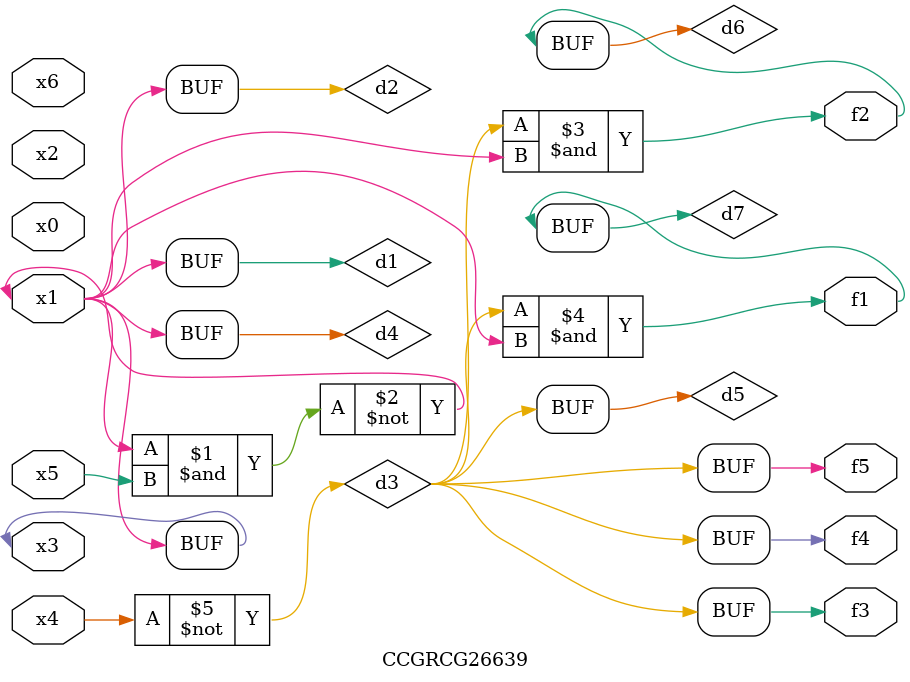
<source format=v>
module CCGRCG26639(
	input x0, x1, x2, x3, x4, x5, x6,
	output f1, f2, f3, f4, f5
);

	wire d1, d2, d3, d4, d5, d6, d7;

	buf (d1, x1, x3);
	nand (d2, x1, x5);
	not (d3, x4);
	buf (d4, d1, d2);
	buf (d5, d3);
	and (d6, d3, d4);
	and (d7, d3, d4);
	assign f1 = d7;
	assign f2 = d6;
	assign f3 = d5;
	assign f4 = d5;
	assign f5 = d5;
endmodule

</source>
